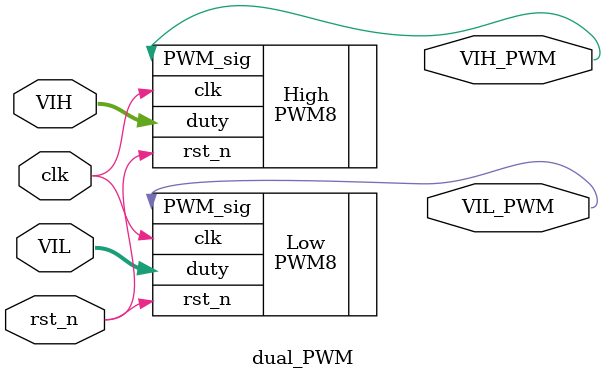
<source format=sv>
/**************************************************************************************************
	MODULE: dual_PWM
	PURPOSE: Given two duty cycles (VIH & VIL) create two PWM signals with the approiate duty cycles
	
	INPUTS:
			clk - Clock
			rst_n - Reset, active low
			VIH [7:0] - Duty cycle of output VIH_PWM. 
	
	OUPUTS:
	
	INTERNAL:
**************************************************************************************************/
module dual_PWM (clk, rst_n, VIH, VIL, VIH_PWM, VIL_PWM);

input clk;
input rst_n;

input [7:0] VIH;
input [7:0] VIL;

output VIH_PWM;
output VIL_PWM;

PWM8 High(.clk(clk), .rst_n(rst_n), .duty(VIH), .PWM_sig(VIH_PWM));
PWM8 Low(.clk(clk), .rst_n(rst_n), .duty(VIL), .PWM_sig(VIL_PWM));

endmodule
</source>
